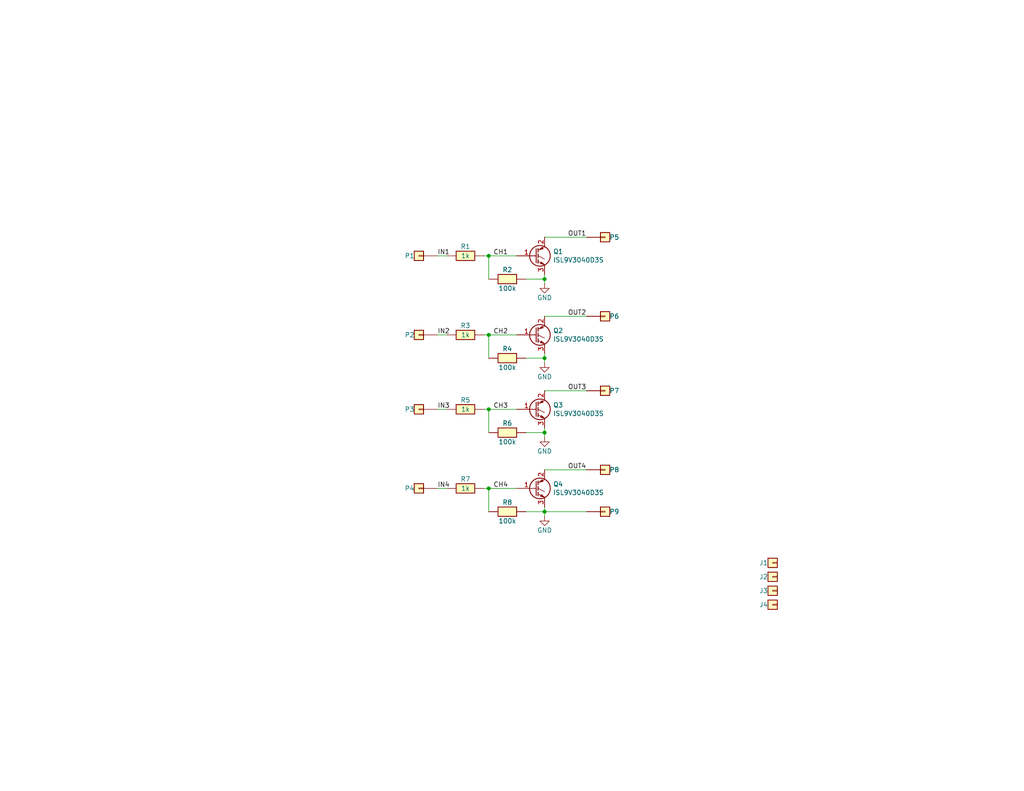
<source format=kicad_sch>
(kicad_sch (version 20211123) (generator eeschema)
  (paper "A")
  (title_block (title "quad-igbt") (date "01 dec 2022") (rev "R0.1") (company "gerefi"))
  (lib_symbols
    (symbol "Conn_01x01_1" (pin_names (offset 1.016) hide)
      (property "Reference" "J1" (at -2.032 0.1016 0))
      (symbol "Conn_01x01_1_1_1"
        (rectangle (start -1.27 0.127) (end 0 -0.127) (stroke (width 0.1524)))
        (rectangle (start -1.27 1.27) (end 1.27 -1.27) (stroke (width 0.254)) (fill (type background)))
      )
    )
    (symbol "Device:Q_NIGBT_GCE" (pin_names (offset 0) hide)
      (property "Reference" "Q" (at 5.08 1.27 0))
      (property "Value" "Q_NIGBT_GCE" (at 5.08 -1.27 0))
      (symbol "Q_NIGBT_GCE_0_1"
        (polyline (pts (xy 0.762 -1.016) (xy 0.762 -2.032)) (stroke (width 0.254)))
        (polyline (pts (xy 0.762 0.508) (xy 0.762 -0.508)) (stroke (width 0.254)))
        (polyline (pts (xy 0.762 2.032) (xy 0.762 1.016)) (stroke (width 0.254)))
        (polyline (pts (xy 2.54 -2.413) (xy 0.762 -1.524)))
        (polyline (pts (xy 2.54 -0.889) (xy 0.762 0)))
        (polyline (pts (xy 2.54 2.413) (xy 0.762 1.524)))
        (polyline (pts (xy 0.254 1.905) (xy 0.254 -1.905) (xy 0.254 -1.905)) (stroke (width 0.254)))
        (polyline (pts (xy 1.397 -2.159) (xy 1.651 -1.651) (xy 2.54 -2.413) (xy 1.397 -2.159)) (fill (type outline)))
        (polyline (pts (xy 2.159 1.905) (xy 1.905 2.413) (xy 1.016 1.651) (xy 2.159 1.905)) (fill (type outline)))
        (circle (center 1.27 0) (radius 2.8194) (stroke (width 0.254)))
      )
      (symbol "Q_NIGBT_GCE_1_1"
        (pin input line (at -5.08 0 0) (length 5.334) (name "G") (number "1"))
        (pin passive line (at 2.54 5.08 270) (length 2.54) (name "C") (number "2"))
        (pin passive line (at 2.54 -5.08 90) (length 2.54) (name "E") (number "3"))
      )
    )
    (symbol "Res_1" (pin_numbers hide)
      (property "Reference" "R6" (at -5.322 2.3482 0))
      (property "Value" "Res_1" (at -5.08 0 0))
      (symbol "Res_1_1_0"
        (rectangle (start 2.54 -1.27) (end 7.62 1.27) (stroke (width 0.254)) (fill (type background)))
        (pin passive line (at 0 0 0) (length 2.54) (name "") (number "1"))
        (pin passive line (at 10.16 0 180) (length 2.54) (name "") (number "2"))
      )
    )
    (symbol "hellen-one-common:Pad" (pin_numbers hide) (pin_names (offset 1.016) hide)
      (property "Reference" "P" (at 2.54 0 0))
      (symbol "Pad_1_1"
        (rectangle (start -1.27 0.127) (end 0 -0.127) (stroke (width 0.1524)))
        (rectangle (start -1.27 1.27) (end 1.27 -1.27) (stroke (width 0.254)) (fill (type background)))
        (pin passive line (at -5.08 0 0) (length 3.81) (name "Pin_1") (number "1"))
      )
    )
    (symbol "power:GND" (power) (pin_names (offset 0))
      (property "Value" "GND" (at 0 -3.81 0))
      (symbol "GND_0_1"
        (polyline (pts (xy 0 0) (xy 0 -1.27) (xy 1.27 -1.27) (xy 0 -2.54) (xy -1.27 -1.27) (xy 0 -1.27)))
      )
      (symbol "GND_1_1"
        (pin power_in line (at 0 0 270) (length 0) hide (name "GND") (number "1"))
      )
    )
  )
  (junction (at 133.35 111.76))
  (junction (at 133.35 69.85))
  (junction (at 148.59 139.7))
  (junction (at 133.35 133.35))
  (junction (at 133.35 91.44))
  (junction (at 148.59 76.2))
  (junction (at 148.59 97.79))
  (junction (at 148.59 118.11))
  (wire (pts (xy 160.02 86.36) (xy 148.59 86.36)))
  (wire (pts (xy 160.02 128.27) (xy 148.59 128.27)))
  (wire (pts (xy 148.59 64.77) (xy 160.02 64.77)))
  (wire (pts (xy 133.35 91.44) (xy 132.08 91.44)))
  (wire (pts (xy 121.92 111.76) (xy 119.38 111.76)))
  (wire (pts (xy 143.51 76.2) (xy 148.59 76.2)))
  (wire (pts (xy 133.35 111.76) (xy 133.35 118.11)))
  (wire (pts (xy 148.59 139.7) (xy 148.59 140.97)))
  (wire (pts (xy 143.51 139.7) (xy 148.59 139.7)))
  (wire (pts (xy 132.08 111.76) (xy 133.35 111.76)))
  (wire (pts (xy 133.35 91.44) (xy 140.97 91.44)))
  (wire (pts (xy 133.35 133.35) (xy 140.97 133.35)))
  (wire (pts (xy 143.51 118.11) (xy 148.59 118.11)))
  (wire (pts (xy 132.08 133.35) (xy 133.35 133.35)))
  (wire (pts (xy 133.35 69.85) (xy 140.97 69.85)))
  (wire (pts (xy 148.59 118.11) (xy 148.59 119.38)))
  (wire (pts (xy 148.59 116.84) (xy 148.59 118.11)))
  (wire (pts (xy 121.92 69.85) (xy 119.38 69.85)))
  (wire (pts (xy 148.59 77.47) (xy 148.59 76.2)))
  (wire (pts (xy 133.35 111.76) (xy 140.97 111.76)))
  (wire (pts (xy 119.38 91.44) (xy 121.92 91.44)))
  (wire (pts (xy 121.92 133.35) (xy 119.38 133.35)))
  (wire (pts (xy 160.02 106.68) (xy 148.59 106.68)))
  (wire (pts (xy 148.59 138.43) (xy 148.59 139.7)))
  (wire (pts (xy 148.59 139.7) (xy 160.02 139.7)))
  (wire (pts (xy 148.59 96.52) (xy 148.59 97.79)))
  (wire (pts (xy 133.35 69.85) (xy 133.35 76.2)))
  (wire (pts (xy 148.59 76.2) (xy 148.59 74.93)))
  (wire (pts (xy 133.35 133.35) (xy 133.35 139.7)))
  (wire (pts (xy 132.08 69.85) (xy 133.35 69.85)))
  (wire (pts (xy 148.59 97.79) (xy 148.59 99.06)))
  (wire (pts (xy 143.51 97.79) (xy 148.59 97.79)))
  (wire (pts (xy 133.35 91.44) (xy 133.35 97.79)))
  (label "OUT3" (at 154.94 106.68 0))
  (label "OUT1" (at 154.94 64.77 0))
  (label "CH3" (at 134.62 111.76 0))
  (label "CH1" (at 134.62 69.85 0))
  (label "CH2" (at 134.62 91.44 0))
  (label "IN2" (at 119.38 91.44 0))
  (label "IN3" (at 119.38 111.76 0))
  (label "CH4" (at 134.62 133.35 0))
  (label "OUT4" (at 154.94 128.27 0))
  (label "IN4" (at 119.38 133.35 0))
  (label "IN1" (at 119.38 69.85 0))
  (label "OUT2" (at 154.94 86.36 0))
  (symbol (lib_id "Device:Q_NIGBT_GCE") (at 146.05 69.85 0) (unit 1)
    (property "Reference" "Q1" (at 150.9014 68.6816 0) (effects (justify left)))
    (property "Value" "ISL9V3040D3S" (at 150.9014 70.993 0) (effects (justify left)))
    (property "Footprint" "Package_TO_SOT_SMD:TO-263-2" (effects hide))
    (property "LCSC" "C462128" (effects hide))
  )
  (symbol (lib_id "hellen-one-common:Pad") (at 114.3 69.85 0) (mirror y) (unit 1)
    (property "Reference" "P1" (at 111.76 69.85 0))
    (property "Value" "Pad" (effects hide))
    (property "Footprint" "hellen-one-common:PAD-TH" (effects hide))
  )
  (symbol (lib_id "power:GND") (at 148.59 119.38 0) (mirror y) (unit 1)
    (property "Reference" "#PWR01" (effects hide))
    (property "Value" "GND" (at 148.59 123.19 0))
  )
  (symbol (lib_id "hellen-one-common:Pad") (at 165.1 106.68 0) (unit 1)
    (property "Reference" "P7" (at 167.64 106.68 0))
    (property "Value" "Pad" (effects hide))
    (property "Footprint" "hellen-one-common:PAD-TH" (effects hide))
  )
  (symbol (lib_id "hellen-one-common:Pad") (at 165.1 139.7 0) (unit 1)
    (property "Reference" "P9" (at 167.64 139.7 0))
    (property "Value" "Pad" (effects hide))
    (property "Footprint" "hellen-one-common:PAD-TH" (effects hide))
  )
  (symbol (lib_name "Conn_01x01_1") (lib_id "Connector_Generic:Conn_01x01") (at 210.82 161.29 180) (unit 1)
    (property "Reference" "J3" (at 209.55 161.29 0) (effects (justify left)))
    (property "Value" "Conn_01x01" (effects hide))
    (property "Footprint" "MountingHole:MountingHole_5mm" (effects hide))
  )
  (symbol (lib_name "Conn_01x01_1") (lib_id "Connector_Generic:Conn_01x01") (at 210.82 165.1 180) (unit 1)
    (property "Reference" "J4" (at 209.55 165.1 0) (effects (justify left)))
    (property "Value" "Conn_01x01" (effects hide))
    (property "Footprint" "MountingHole:MountingHole_5mm" (effects hide))
  )
  (symbol (lib_name "Res_1") (lib_id "hellen-one-common:Res") (at 132.08 91.44 180) (unit 1)
    (property "Reference" "R3" (at 127 88.9 0))
    (property "Value" "1k" (at 127 91.44 0))
    (property "Footprint" "hellen-one-common:R0805" (effects hide))
    (property "LCSC" "C17513" (effects hide))
  )
  (symbol (lib_name "Res_1") (lib_id "hellen-one-common:Res") (at 132.08 69.85 180) (unit 1)
    (property "Reference" "R1" (at 127 67.31 0))
    (property "Value" "1k" (at 127 69.85 0))
    (property "Footprint" "hellen-one-common:R0805" (effects hide))
    (property "LCSC" "C17513" (effects hide))
  )
  (symbol (lib_name "Res_1") (lib_id "hellen-one-common:Res") (at 132.08 111.76 180) (unit 1)
    (property "Reference" "R5" (at 127 109.22 0))
    (property "Value" "1k" (at 127 111.76 0))
    (property "Footprint" "hellen-one-common:R0805" (effects hide))
    (property "LCSC" "C17513" (effects hide))
  )
  (symbol (lib_id "power:GND") (at 148.59 140.97 0) (mirror y) (unit 1)
    (property "Reference" "#PWR02" (effects hide))
    (property "Value" "GND" (at 148.59 144.78 0))
  )
  (symbol (lib_name "Res_1") (lib_id "hellen-one-common:Res") (at 143.51 139.7 180) (unit 1)
    (property "Reference" "R8" (at 138.43 137.16 0))
    (property "Value" "100k" (at 138.43 142.24 0))
    (property "Footprint" "hellen-one-common:R0805" (effects hide))
    (property "LCSC" "C149504" (effects hide))
  )
  (symbol (lib_id "power:GND") (at 148.59 77.47 0) (mirror y) (unit 1)
    (property "Reference" "#PWR0104" (effects hide))
    (property "Value" "GND" (at 148.59 81.28 0))
  )
  (symbol (lib_id "hellen-one-common:Pad") (at 165.1 86.36 0) (unit 1)
    (property "Reference" "P6" (at 167.64 86.36 0))
    (property "Value" "Pad" (effects hide))
    (property "Footprint" "hellen-one-common:PAD-TH" (effects hide))
  )
  (symbol (lib_name "Res_1") (lib_id "hellen-one-common:Res") (at 143.51 118.11 180) (unit 1)
    (property "Reference" "R6" (at 138.43 115.57 0))
    (property "Value" "100k" (at 138.43 120.65 0))
    (property "Footprint" "hellen-one-common:R0805" (effects hide))
    (property "LCSC" "C149504" (effects hide))
  )
  (symbol (lib_name "Conn_01x01_1") (lib_id "Connector_Generic:Conn_01x01") (at 210.82 157.48 180) (unit 1)
    (property "Reference" "J2" (at 209.55 157.48 0) (effects (justify left)))
    (property "Value" "Conn_01x01" (effects hide))
    (property "Footprint" "MountingHole:MountingHole_5mm" (effects hide))
  )
  (symbol (lib_id "hellen-one-common:Pad") (at 114.3 91.44 0) (mirror y) (unit 1)
    (property "Reference" "P2" (at 111.76 91.44 0))
    (property "Value" "Pad" (effects hide))
    (property "Footprint" "hellen-one-common:PAD-TH" (effects hide))
  )
  (symbol (lib_id "hellen-one-common:Pad") (at 165.1 128.27 0) (unit 1)
    (property "Reference" "P8" (at 167.64 128.27 0))
    (property "Value" "Pad" (effects hide))
    (property "Footprint" "hellen-one-common:PAD-TH" (effects hide))
  )
  (symbol (lib_id "Device:Q_NIGBT_GCE") (at 146.05 111.76 0) (unit 1)
    (property "Reference" "Q3" (at 150.9014 110.5916 0) (effects (justify left)))
    (property "Value" "ISL9V3040D3S" (at 150.9014 112.903 0) (effects (justify left)))
    (property "Footprint" "Package_TO_SOT_SMD:TO-263-2" (effects hide))
    (property "LCSC" "C462128" (effects hide))
  )
  (symbol (lib_name "Res_1") (lib_id "hellen-one-common:Res") (at 132.08 133.35 180) (unit 1)
    (property "Reference" "R7" (at 127 130.81 0))
    (property "Value" "1k" (at 127 133.35 0))
    (property "Footprint" "hellen-one-common:R0805" (effects hide))
    (property "LCSC" "C17513" (effects hide))
  )
  (symbol (lib_id "hellen-one-common:Pad") (at 114.3 111.76 0) (mirror y) (unit 1)
    (property "Reference" "P3" (at 111.76 111.76 0))
    (property "Value" "Pad" (effects hide))
    (property "Footprint" "hellen-one-common:PAD-TH" (effects hide))
  )
  (symbol (lib_id "hellen-one-common:Pad") (at 114.3 133.35 0) (mirror y) (unit 1)
    (property "Reference" "P4" (at 111.76 133.35 0))
    (property "Value" "Pad" (effects hide))
    (property "Footprint" "hellen-one-common:PAD-TH" (effects hide))
  )
  (symbol (lib_id "hellen-one-common:Pad") (at 165.1 64.77 0) (unit 1)
    (property "Reference" "P5" (at 167.64 64.77 0))
    (property "Value" "Pad" (effects hide))
    (property "Footprint" "hellen-one-common:PAD-TH" (effects hide))
  )
  (symbol (lib_name "Conn_01x01_1") (lib_id "Connector_Generic:Conn_01x01") (at 210.82 153.67 180) (unit 1)
    (property "Reference" "J1" (at 209.55 153.67 0) (effects (justify left)))
    (property "Value" "Conn_01x01" (effects hide))
    (property "Footprint" "MountingHole:MountingHole_5mm" (effects hide))
  )
  (symbol (lib_id "power:GND") (at 148.59 99.06 0) (mirror y) (unit 1)
    (property "Reference" "#PWR0101" (effects hide))
    (property "Value" "GND" (at 148.59 102.87 0))
  )
  (symbol (lib_name "Res_1") (lib_id "hellen-one-common:Res") (at 143.51 76.2 180) (unit 1)
    (property "Reference" "R2" (at 138.43 73.66 0))
    (property "Value" "100k" (at 138.43 78.74 0))
    (property "Footprint" "hellen-one-common:R0805" (effects hide))
    (property "LCSC" "C149504" (effects hide))
  )
  (symbol (lib_name "Res_1") (lib_id "hellen-one-common:Res") (at 143.51 97.79 180) (unit 1)
    (property "Reference" "R4" (at 138.43 95.25 0))
    (property "Value" "100k" (at 138.43 100.33 0))
    (property "Footprint" "hellen-one-common:R0805" (effects hide))
    (property "LCSC" "C149504" (effects hide))
  )
  (symbol (lib_id "Device:Q_NIGBT_GCE") (at 146.05 133.35 0) (unit 1)
    (property "Reference" "Q4" (at 150.9014 132.1816 0) (effects (justify left)))
    (property "Value" "ISL9V3040D3S" (at 150.9014 134.493 0) (effects (justify left)))
    (property "Footprint" "Package_TO_SOT_SMD:TO-263-2" (effects hide))
    (property "LCSC" "C462128" (effects hide))
  )
  (symbol (lib_id "Device:Q_NIGBT_GCE") (at 146.05 91.44 0) (unit 1)
    (property "Reference" "Q2" (at 150.9014 90.2716 0) (effects (justify left)))
    (property "Value" "ISL9V3040D3S" (at 150.9014 92.583 0) (effects (justify left)))
    (property "Footprint" "Package_TO_SOT_SMD:TO-263-2" (effects hide))
    (property "LCSC" "C462128" (effects hide))
  )
)
</source>
